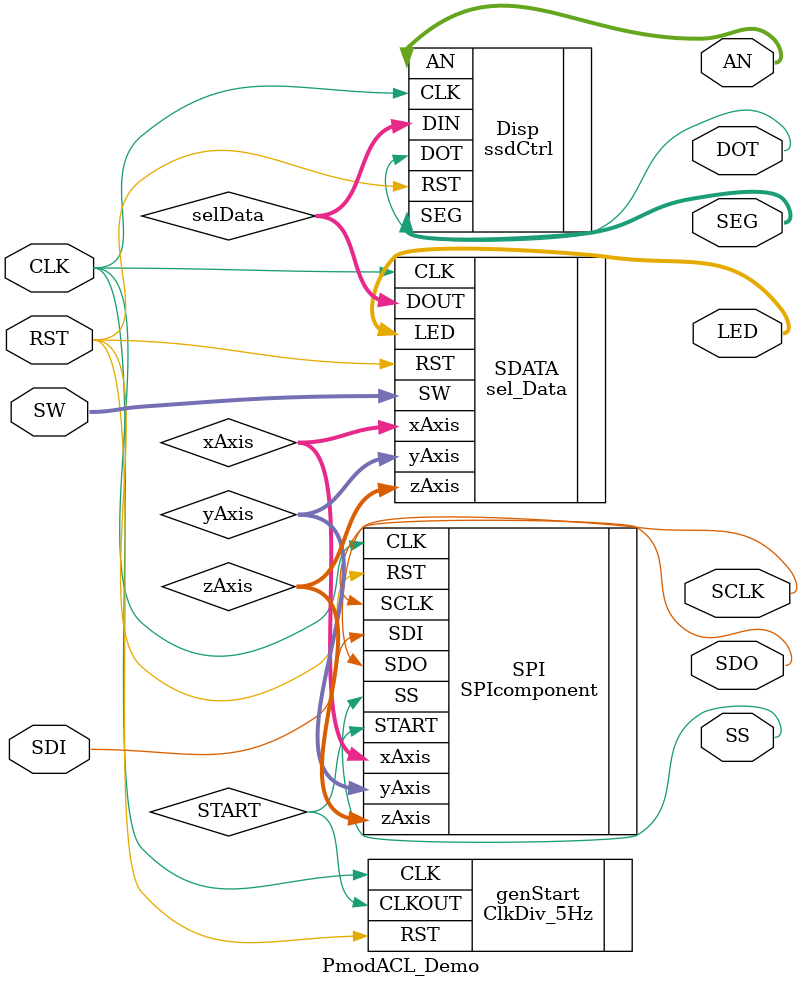
<source format=v>
`timescale 1ns / 1ps

// ====================================================================================
// 										  Define Module
// ====================================================================================
module PmodACL_Demo(
		CLK,
		RST,
		SW,
		SDI,
		SDO,
		SCLK,
		SS,
		AN,
		SEG,
		DOT,
		LED
);

// ====================================================================================
// 										Port Declarations
// ====================================================================================
   input        CLK;
   input        RST;
   input [1:0]  SW;
   input        SDI;
   output       SDO;
   output       SCLK;
   output       SS;
   output [3:0] AN;
   output [6:0] SEG;
   output       DOT;
   output [2:0] LED;
   
// ====================================================================================
// 								Parameters, Register, and Wires
// ====================================================================================
   
   wire [9:0]   xAxis;		// x-axis data from PmodACL
   wire [9:0]   yAxis;		// y-axis data from PmodACL
   wire [9:0]   zAxis;		// z-axis data from PmodACL
   
   wire [9:0]   selData;	// Data selected to display
   
   wire         START;		// Data Transfer Request Signal
   
//  ===================================================================================
// 							  				Implementation
//  ===================================================================================
   
		//-----------------------------------------------
		//	Select Display Data and Convert to Magnitude
		//-----------------------------------------------
		sel_Data SDATA(
					.CLK(CLK),
					.RST(RST),
					.SW(SW),
					.xAxis(xAxis),
					.yAxis(yAxis),
					.zAxis(zAxis),
					.DOUT(selData),
					.LED(LED)
		);
		
		//-----------------------------------------------
		//		 			 Interfaces PmodACL
		//-----------------------------------------------
		SPIcomponent SPI(
					.CLK(CLK),
					.RST(RST),
					.START(START),
					.SDI(SDI),
					.SDO(SDO),
					.SCLK(SCLK),
					.SS(SS),
					.xAxis(xAxis),
					.yAxis(yAxis),
					.zAxis(zAxis)
		);
		
		//-----------------------------------------------
		//		 	 Formats Data and Displays on SSD
		//-----------------------------------------------
		ssdCtrl Disp(
					.CLK(CLK),
					.RST(RST),
					.DIN(selData[9:0]),
					.AN(AN),
					.SEG(SEG),
					.DOT(DOT)
		);
		
		//-----------------------------------------------
		//	 Generates a 5Hz Data Transfer Request Signal
		//-----------------------------------------------
		ClkDiv_5Hz genStart(
					.CLK(CLK),
					.RST(RST),
					.CLKOUT(START)
		);
   
endmodule

</source>
